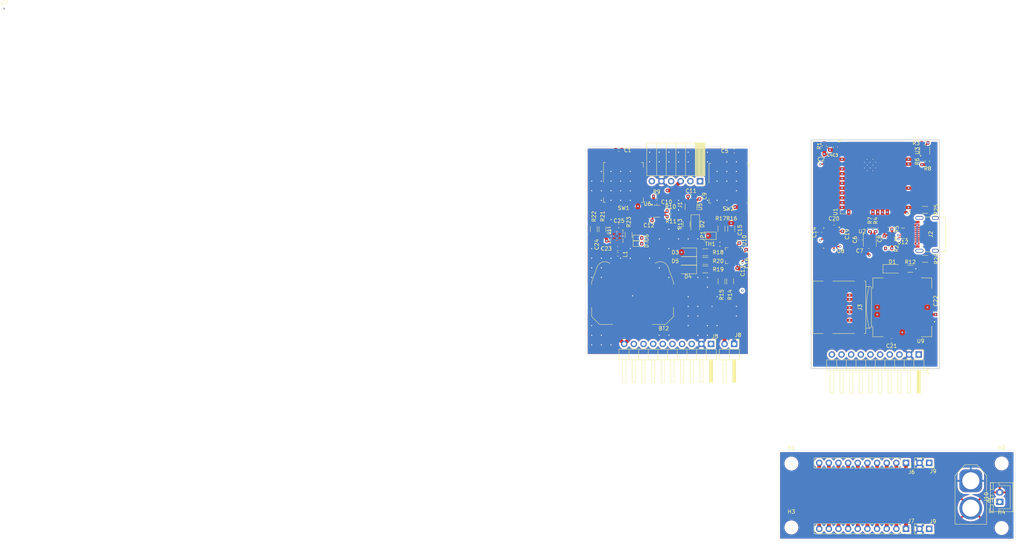
<source format=kicad_pcb>
(kicad_pcb (version 20241229) (generator "pcbnew") (generator_version "9.0")
  (layers (0 "F.Cu" mixed) (4 "In1.Cu" signal) (6 "In2.Cu" signal) (2 "B.Cu" mixed) (13 "F.Paste" user) (15 "B.Paste" user) (5 "F.SilkS" user "F.Silkscreen") (7 "B.SilkS" user "B.Silkscreen") (1 "F.Mask" user) (3 "B.Mask" user) (25 "Edge.Cuts" user))
  (net 0 "")
  (net 1 "+3.3V")
  (net 2 "+BATT")
  (net 3 "/BT+")
  (net 4 "Net-(D1-A)")
  (net 5 "Net-(D2-A)")
  (net 6 "/SD_MOSI")
  (net 7 "/USB_D+")
  (net 8 "/SD_CLK")
  (net 10 "/BNO055_nRESET")
  (net 11 "/BNO055_TX")
  (net 14 "/INA219_SCL")
  (net 16 "/BME680_SDA")
  (net 17 "/TSL2591_SDA")
  (net 18 "/TSL2591_SCL")
  (net 19 "/LORA_TX")
  (net 21 "/BME680_SCL")
  (net 24 "/LORA_RX")
  (net 25 "/SAM-M10Q_RX")
  (net 28 "/SD_MISO")
  (net 29 "/INA219_SDA")
  (net 30 "/VEML6075_SDA")
  (net 31 "/SAM-M10Q_TX")
  (net 33 "/BNO055_RX")
  (net 36 "/VEML6075_SCL")
  (net 37 "/SD_CS")
  (net 38 "/GPS_RST")
  (net 39 "/USB_D-")
  (net 42 "Net-(U3-INT)")
  (net 48 "Net-(U8-CAP)")
  (net 59 "/BNO055_INT")
  (net 61 "/GPS_INT")
  (net 64 "+5V")
  (net 65 "Net-(D6-K)")
  (net 66 "Net-(U11-EN)")
  (net 67 "Net-(D3-K)")
  (net 68 "Net-(D4-K)")
  (net 69 "Net-(D5-K)")
  (net 70 "Net-(JP1-B)")
  (net 72 "Net-(U10-PROG1)")
  (net 73 "Net-(U10-PROG3)")
  (net 74 "Net-(U10-VPCC)")
  (net 75 "Net-(U10-~{PG})")
  (net 76 "Net-(U10-STAT1{slash}~{LBO})")
  (net 77 "Net-(U10-STAT2)")
  (net 78 "Net-(U11-FB)")
  (net 86 "GND")
  (net 87 "Net-(J2-CC1)")
  (net 88 "Net-(J2-CC2)")
  (net 89 "Net-(U10-THERM)")
  (net 90 "Net-(U11-L2)")
  (net 91 "Net-(U11-L1)")
  (net 92 "Net-(U12-VSS-Pad3)")
  (net 95 "VBUS")
  (net 96 "+SOLAR")
  (net 103 "Net-(J6-Pin_2)")
  (net 104 "Net-(J6-Pin_3)")
  (net 105 "Net-(J6-Pin_4)")
  (net 106 "Net-(J6-Pin_7)")
  (net 107 "Net-(J6-Pin_8)")
  (net 108 "Net-(J6-Pin_5)")
  (net 109 "Net-(J6-Pin_1)")
  (net 110 "Net-(J6-Pin_6)")
  (net 111 "/RST")
  (net 112 "/Boot")
  (net 113 "Net-(J6-Pin_9)")
  (net 114 "Net-(J6-Pin_10)")
  (footprint "Resistor_SMD:R_1206_3216Metric" (layer "F.Cu") (at 157.77035 58.3939 90)
    (property "Reference" "R21")
    (property "Value" "100k" (hide yes))
  )
  (footprint "Jumper:SolderJumper-2_P1.3mm_Open_TrianglePad1.0x1.5mm" (layer "F.Cu") (at 186.31085 60.1397)
    (property "Reference" "JP1")
    (property "Value" "SolderJumper_2_Open" (hide yes))
  )
  (footprint "Capacitor_SMD:C_0603_1608Metric" (layer "F.Cu") (at 225.679 61.1634 90)
    (property "Reference" "C6")
    (property "Value" "0.1u")
  )
  (footprint "Resistor_SMD:R_1206_3216Metric" (layer "F.Cu") (at 238.8255 68.834 180)
    (property "Reference" "R12")
    (property "Value" "66.5" (hide yes))
  )
  (footprint "Capacitor_SMD:C_0603_1608Metric" (layer "F.Cu") (at 162.06305 37.4473)
    (property "Reference" "C1")
    (property "Value" "0.1u")
  )
  (footprint "Inductor_SMD:L_0603_1608Metric" (layer "F.Cu") (at 161.80905 64.9872 180)
    (property "Reference" "L1")
    (property "Value" "2.2u, 3A" (hide yes))
  )
  (footprint "MountingHole:MountingHole_3.2mm_M3" (layer "F.Cu") (at 262.89 120.142)
    (property "Reference" "H2")
    (property "Value" "MountingHole")
  )
  (footprint "Connector_Card:microSD_HC_Wuerth_693072010801" (layer "F.Cu") (at 221.2955 78.989 -90)
    (property "Reference" "J3")
    (property "Value" "Micro_SD_Card" (hide yes))
  )
  (footprint "Resistor_SMD:R_0603_1608Metric" (layer "F.Cu") (at 175.63825 53.5986 180)
    (property "Reference" "R10")
    (property "Value" "3.3k" (hide yes))
  )
  (footprint "MountingHole:MountingHole_3.2mm_M3" (layer "F.Cu") (at 207.518 120.168)
    (property "Reference" "H1")
    (property "Value" "MountingHole")
  )
  (footprint "Capacitor_SMD:C_0603_1608Metric" (layer "F.Cu") (at 161.79595 63.514)
    (property "Reference" "C23")
    (property "Value" "10u" (hide yes))
  )
  (footprint "Resistor_SMD:R_1206_3216Metric" (layer "F.Cu") (at 184.85235 64.4831)
    (property "Reference" "R18")
    (property "Value" "150" (hide yes))
  )
  (footprint "Capacitor_SMD:C_0603_1608Metric" (layer "F.Cu") (at 219.1328 36.7646 90)
    (property "Reference" "C3")
    (property "Value" "0.1u" (hide yes))
  )
  (footprint "Capacitor_SMD:C_0603_1608Metric" (layer "F.Cu") (at 220.957 59.7278 90)
    (property "Reference" "C19")
    (property "Value" "0.1u" (hide yes))
  )
  (footprint "LED_SMD:LED_1206_3216Metric_Pad1.42x1.75mm_HandSolder" (layer "F.Cu") (at 234.0975 68.834)
    (property "Reference" "D1")
    (property "Value" "LED" (hide yes))
  )
  (footprint "Resistor_SMD:R_0603_1608Metric" (layer "F.Cu") (at 216.1864 36.4854 -90)
    (property "Reference" "R1")
    (property "Value" "10k" (hide yes))
  )
  (footprint "LED_SMD:LED_1206_3216Metric_Pad1.42x1.75mm_HandSolder" (layer "F.Cu") (at 180.09145 64.4831 180)
    (property "Reference" "D3")
    (property "Value" "LED" (hide yes))
  )
  (footprint "Connector_PinHeader_2.54mm:PinHeader_1x02_P2.54mm_Horizontal" (layer "F.Cu") (at 192.46075 88.6486 -90)
    (property "Reference" "J8")
    (property "Value" "Conn_01x02_Pin" (hide yes))
  )
  (footprint "Capacitor_SMD:C_0603_1608Metric" (layer "F.Cu") (at 170.05045 56.0878)
    (property "Reference" "C12")
    (property "Value" "0.1u" (hide yes))
  )
  (footprint "Package_TO_SOT_SMD:SOT-23-5" (layer "F.Cu") (at 181.09355 52.5003 -90)
    (property "Reference" "U5")
    (property "Value" "AP2112K-3.3" (hide yes))
  )
  (footprint "Connector_PinSocket_2.54mm:PinSocket_1x06_P2.54mm_Horizontal" (layer "F.Cu") (at 183.46095 45.749 -90)
    (property "Reference" "J1")
    (property "Value" "LoRa" (hide yes))
  )
  (footprint "Capacitor_SMD:C_0603_1608Metric" (layer "F.Cu") (at 192.47975 37.7856)
    (property "Reference" "C5")
    (property "Value" "0.1u")
  )
  (footprint "Button_Switch_SMD:SW_MEC_5GSH9" (layer "F.Cu") (at 163.30095 46.065)
    (property "Reference" "SW1")
    (property "Value" "RST")
  )
  (footprint "Capacitor_SMD:C_0603_1608Metric" (layer "F.Cu") (at 195.60955 64.5318 -90)
    (property "Reference" "C16")
    (property "Value" "10u" (hide yes))
  )
  (footprint "Connector_PinSocket_2.54mm:PinSocket_1x02_P2.54mm_Vertical" (layer "F.Cu") (at 243.8 120 -90)
    (property "Reference" "J9")
    (property "Value" "Conn_01x02_Socket" (hide yes))
  )
  (footprint "Capacitor_SMD:C_0603_1608Metric" (layer "F.Cu") (at 193.80385 61.2697 90)
    (property "Reference" "C15")
    (property "Value" "4.7u" (hide yes))
  )
  (footprint "Package_LGA:LGA-28_5.2x3.8mm_P0.5mm" (layer "F.Cu") (at 217.9713 60.7414 -90)
    (property "Reference" "U8")
    (property "Value" "BNO055" (hide yes))
  )
  (footprint "Resistor_SMD:R_0603_1608Metric" (layer "F.Cu") (at 233.1334 63.474 180)
    (property "Reference" "R2")
    (property "Value" "2.2k" (hide yes))
  )
  (footprint "Resistor_SMD:R_1206_3216Metric" (layer "F.Cu") (at 189.10485 58.2708 -90)
    (property "Reference" "R17")
    (property "Value" "110" (hide yes))
  )
  (footprint "Connector_AMASS:AMASS_XT60-F_1x02_P7.20mm_Vertical" (layer "F.Cu") (at 254.762 124.714 -90)
    (property "Reference" "BT1")
    (property "Value" "Battery")
  )
  (footprint "Connector_PinSocket_2.54mm:PinSocket_1x10_P2.54mm_Vertical" (layer "F.Cu") (at 237.7 137.366 -90)
    (property "Reference" "J7")
    (property "Value" "Conn_01x08_Socket" (hide yes))
  )
  (footprint "LED_SMD:LED_1206_3216Metric_Pad1.42x1.75mm_HandSolder" (layer "F.Cu") (at 180.09145 66.7437 180)
    (property "Reference" "D5")
    (property "Value" "LED" (hide yes))
  )
  (footprint "Connector_PinHeader_2.54mm:PinHeader_1x10_P2.54mm_Horizontal" (layer "F.Cu") (at 186.36075 88.6436 -90)
    (property "Reference" "J5")
    (property "Value" "Conn_01x08_Pin" (hide yes))
  )
  (footprint "Resistor_SMD:R_1206_3216Metric" (layer "F.Cu") (at 184.85235 66.7437)
    (property "Reference" "R20")
    (property "Value" "150" (hide yes))
  )
  (footprint "Resistor_SMD:R_1206_3216Metric" (layer "F.Cu") (at 191.39085 72.1392 -90)
    (property "Reference" "R14")
    (property "Value" "1k" (hide yes))
  )
  (footprint "Capacitor_SMD:C_0603_1608Metric" (layer "F.Cu") (at 217.6596 36.7646 90)
    (property "Reference" "C4")
    (property "Value" "22u" (hide yes))
  )
  (footprint "Resistor_SMD:R_0603_1608Metric" (layer "F.Cu") (at 188.68525 62.3749 180)
    (property "Reference" "TH1")
    (property "Value" "10K" (hide yes))
  )
  (footprint "Resistor_SMD:R_0603_1608Metric" (layer "F.Cu") (at 175.63825 55.0718 180)
    (property "Reference" "R11")
    (property "Value" "3.3k" (hide yes))
  )
  (footprint "Resistor_SMD:R_0603_1608Metric" (layer "F.Cu") (at 233.1588 58.4194 180)
    (property "Reference" "R5")
    (property "Value" "2.2k" (hide yes))
  )
  (footprint "Package_LGA:Bosch_LGA-8_3x3mm_P0.8mm_ClockwisePinNumbering" (layer "F.Cu") (at 228.162 61.4615)
    (property "Reference" "U2")
    (property "Value" "BME680" (hide yes))
  )
  (footprint "Diode_SMD:D_0603_1608Metric" (layer "F.Cu") (at 167.32075 62.2186)
    (property "Reference" "D7")
    (property "Value" "D_Schottky" (hide yes))
  )
  (footprint "Package_DFN_QFN:QFN-20-1EP_4x4mm_P0.5mm_EP2.5x2.5mm" (layer "F.Cu") (at 192.23845 65.365 -90)
    (property "Reference" "U10")
    (property "Value" "MCP73871" (hide yes))
  )
  (footprint "Capacitor_SMD:C_0603_1608Metric" (layer "F.Cu") (at 232.029 60.947 90)
    (property "Reference" "C8")
    (property "Value" "0.1u" (hide yes))
  )
  (footprint "Resistor_SMD:R_1206_3216Metric" (layer "F.Cu") (at 242.7299 66.2006 180)
    (property "Reference" "R24")
    (property "Value" "5.1k" (hide yes))
  )
  (footprint "Connector_PinHeader_2.54mm:PinHeader_1x10_P2.54mm_Horizontal" (layer "F.Cu") (at 241.046 91.435 -90)
    (property "Reference" "J4")
    (property "Value" "Conn_01x08_Pin")
  )
  (footprint "Diode_SMD:D_0603_1608Metric" (layer "F.Cu") (at 167.32075 60.6946)
    (property "Reference" "D6")
    (property "Value" "D_Schottky" (hide yes))
  )
  (footprint "Resistor_SMD:R_0603_1608Metric" (layer "F.Cu") (at 241.9062 40.5434 90)
    (property "Reference" "R6")
    (property "Value" "4.7k" (hide yes))
  )
  (footprint "Resistor_SMD:R_1206_3216Metric" (layer "F.Cu") (at 189.13025 72.1392 -90)
    (property "Reference" "R15")
    (property "Value" "1k" (hide yes))
  )
  (footprint "Resistor_SMD:R_0603_1608Metric" (layer "F.Cu") (at 243.3794 40.5434 90)
    (property "Reference" "R8")
    (property "Value" "4.7k" (hide yes))
  )
  (footprint "Connector_PinSocket_2.54mm:PinSocket_1x10_P2.54mm_Vertical" (layer "F.Cu") (at 237.7 120 -90)
    (property "Reference" "J6")
    (property "Value" "Conn_01x08_Socket" (hide yes))
  )
  (footprint "Battery:BatteryHolder_Keystone_3034_1x20mm" (layer "F.Cu") (at 165.70095 75.965 180)
    (property "Reference" "BT2")
    (property "Value" "Battery_Cell" (hide yes))
  )
  (footprint "Connector_USB:USB_C_Receptacle_G-Switch_GT-USB-7010ASV" (layer "F.Cu") (at 244.358 59.751 90)
    (property "Reference" "J2")
    (property "Value" "USB_C_Receptacle_USB2.0_16P" (hide yes))
  )
  (footprint "LED_SMD:LED_1206_3216Metric_Pad1.42x1.75mm_HandSolder" (layer "F.Cu") (at 180.09145 69.0043 180)
    (property "Reference" "D4")
    (property "Value" "LED" (hide yes))
  )
  (footprint "Resistor_SMD:R_0603_1608Metric" (layer "F.Cu") (at 172.05725 49.7378)
    (property "Reference" "R9")
    (property "Value" "0.2" (hide yes))
  )
  (footprint "Resistor_SMD:R_0603_1608Metric" (layer "F.Cu") (at 242.6444 35.6548 180)
    (property "Reference" "R3")
    (property "Value" "4.7k" (hide yes))
  )
  (footprint "Resistor_SMD:R_1206_3216Metric" (layer "F.Cu") (at 191.67025 58.2708 -90)
    (property "Reference" "R16")
    (property "Value" "330" (hide yes))
  )
  (footprint "OptoDevice:AMS_TSL25911FN" (layer "F.Cu") (at 242.6278 37.7143 90)
    (property "Reference" "U3")
    (property "Value" "TSL25911FN" (hide yes))
  )
  (footprint "Capacitor_SMD:C_0603_1608Metric" (layer "F.Cu") (at 181.09575 49.7262)
    (property "Reference" "C11")
    (property "Value" "1u" (hide yes))
  )
  (footprint "Capacitor_SMD:C_0603_1608Metric" (layer "F.Cu") (at 193.24505 69.4485 -90)
    (property "Reference" "C13")
    (property "Value" "4.7u" (hide yes))
  )
  (footprint "Package_TO_SOT_SMD:SOT-23-8" (layer "F.Cu") (at 172.10095 53.665)
    (property "Reference" "U6")
    (property "Value" "INA219BxDCN" (hide yes))
  )
  (footprint "Package_DFN_QFN:Diodes_UDFN-10_1.0x2.5mm_P0.5mm" (layer "F.Cu") (at 236.9042 59.487 180)
    (property "Reference" "U12")
    (property "Value" "D3V3XA4B10LP" (hide yes))
  )
  (footprint "Capacitor_SMD:C_0603_1608Metric" (layer "F.Cu") (at 183.31855 49.663 90)
    (property "Reference" "C9")
    (property "Value" "1u" (hide yes))
  )
  (footprint "via:via_4-2" (layer "F.Cu") (at 0.25 0.25)
    (property "Reference" "U7")
    (property "Value" "~")
  )
  (footprint "LED_SMD:LED_1206_3216Metric_Pad1.42x1.75mm_HandSolder" (layer "F.Cu") (at 182.20095 57.0525 -90)
    (property "Reference" "D2")
    (property "Value" "LED")
  )
  (footprint "Resistor_SMD:R_1206_3216Metric" (layer "F.Cu") (at 242.7299 53.2974 180)
    (property "Reference" "R25")
    (property "Value" "5.1k" (hide yes))
  )
  (footprint "VEML6075 (1):VISHAY_VEML6075_1.25X2X1" (layer "F.Cu") (at 233.6856 60.945 90)
    (property "Reference" "U4")
    (property "Value" "VEML6075" (hide yes))
  )
  (footprint "Button_Switch_SMD:SW_MEC_5GSH9" (layer "F.Cu") (at 191.07035 46.3129)
    (property "Reference" "SW2")
    (property "Value" "BOOT" (hide yes))
  )
  (footprint "Capacitor_SMD:C_0603_1608Metric" (layer "F.Cu") (at 214.988 59.2198 90)
    (property "Reference" "C14")
    (property "Value" "1u" (hide yes))
  )
  (footprint "RF_Module:ESP32-S3-WROOM-2" (layer "F.Cu") (at 229.61 41.41)
    (property "Reference" "U1")
    (property "Value" "ESP32-S3-WROOM-2" (hide yes))
  )
  (footprint "Resistor_SMD:R_1206_3216Metric" (layer "F.Cu") (at 155.48435 58.3979 -90)
    (property "Reference" "R22")
    (property "Value" "360k" (hide yes))
  )
  (footprint "Resistor_SMD:R_0603_1608Metric" (layer "F.Cu") (at 228.219 58.2162 90)
    (property "Reference" "R7")
    (property "Value" "4.7k" (hide yes))
  )
  (footprint "Resistor_SMD:R_1206_3216Metric" (layer "F.Cu") (at 179.91495 57.0521 -90)
    (property "Reference" "R13")
    (property "Value" "66.5" (hide yes))
  )
  (footprint "Capacitor_SMD:C_0603_1608Metric" (layer "F.Cu") (at 227.8758 63.9698 180)
    (property "Reference" "C7")
    (property "Value" "0.1u" (hide yes))
  )
  (footprint "Capacitor_SMD:C_0603_1608Metric" (layer "F.Cu") (at 245.4616 80.1196 90)
    (property "Reference" "C22")
    (property "Value" "0.1u" (hide yes))
  )
  (footprint "MountingHole:MountingHole_3.2mm_M3" (layer "F.Cu") (at 207.518 137)
    (property "Reference" "H3")
    (property "Value" "MountingHole")
  )
  (footprint "MountingHole:MountingHole_3.2mm_M3" (layer "F.Cu") (at 262.89 137.16)
    (property "Reference" "H4")
    (property "Value" "MountingHole")
  )
  (footprint "Resistor_SMD:R_0603_1608Metric" (layer "F.Cu") (at 229.6922 58.2162 90)
    (property "Reference" "R4")
    (property "Value" "4.7k" (hide yes))
  )
  (footprint "Capacitor_SMD:C_0603_1608Metric" (layer "F.Cu") (at 158.11295 61.4312)
    (property "Reference" "C24")
    (property "Value" "10u" (hide yes))
  )
  (footprint "Capacitor_SMD:C_0603_1608Metric" (layer "F.Cu") (at 233.9046 87.7266 180)
    (property "Reference" "C21")
    (property "Value" "0.1u" (hide yes))
  )
  (footprint "SAM-M10Q-00B:XCVR_SAM-M10Q-00B" (layer "F.Cu") (at 236.724 78.989 180)
    (property "Reference" "U9")
    (property "Value" "SAM-M10Q-00B" (hide yes))
  )
  (footprint "Package_SON:Texas_DRC0010J_ThermalVias" (layer "F.Cu") (at 161.57095 60.215 90)
    (property "Reference" "U11")
    (property "Value" "TPS63000" (hide yes))
  )
  (footprint "Connector_PinSocket_2.54mm:PinSocket_1x02_P2.54mm_Vertical" (layer "F.Cu") (at 243.8 137.375 -90)
    (property "Reference" "J9")
    (property "Value" "Conn_01x02_Socket" (hide yes))
  )
  (footprint "Capacitor_SMD:C_0603_1608Metric" (layer "F.Cu") (at 215.4174 38.7074 180)
    (property "Reference" "C2")
    (property "Value" "10u" (hide yes))
  )
  (footprint "Resistor_SMD:R_1206_3216Metric" (layer "F.Cu") (at 184.85235 69.0043)
    (property "Reference" "R19")
    (property "Value" "150" (hide yes))
  )
  (footprint "Capacitor_SMD:C_0603_1608Metric" (layer "F.Cu") (at 218.7348 56.8198 180)
    (property "Reference" "C20")
    (property "Value" "0.1u" (hide yes))
  )
  (footprint "Capacitor_SMD:C_0603_1608Metric" (layer "F.Cu") (at 162.05055 57.5196 180)
    (property "Reference" "C25")
    (property "Value" "0.1u" (hide yes))
  )
  (footprint "Connector_JST:JST_XH_B2B-XH-A_1x02_P2.50mm_Vertical" (layer "F.Cu") (at 262.382 130.262 90)
    (property "Reference" "J10")
    (property "Value" "Conn_01x02_Pin" (hide yes))
  )
  (footprint "Resistor_SMD:R_1206_3216Metric" (layer "F.Cu") (at 164.65375 59.8965 90)
    (property "Reference" "R23")
    (property "Value" "100" (hide yes))
  )
  (footprint "Capacitor_SMD:C_0603_1608Metric" (layer "F.Cu") (at 172.05705 51.211)
    (property "Reference" "C10")
    (property "Value" "1u" (hide yes))
  )
  (gr_line (start 196.54195 91.765) (end 196.50095 36.665) (stroke (width 0.05)) (layer "Edge.Cuts"))
  (gr_rect (start 204.05 116.65) (end 266.5 140.45) (stroke (width 0.05)) (fill no) (layer "Edge.Cuts"))
  (gr_line (start 196.54195 91.765) (end 153.40095 91.765) (stroke (width 0.05)) (layer "Edge.Cuts"))
  (gr_line (start 153.40095 36.665) (end 196.50095 36.665) (stroke (width 0.05)) (layer "Edge.Cuts"))
  (gr_rect (start 212.7356 34.8614) (end 246.4856 95.1314) (stroke (width 0.2)) (fill no) (layer "Edge.Cuts"))
  (gr_line (start 153.40095 91.765) (end 153.40095 36.665) (stroke (width 0.05)) (layer "Edge.Cuts"))
  (segment (start 219.2524 37.42) (end 219.1328 37.5396) (width 1) (layer "F.Cu") (net 1))
  (segment (start 228.8794 57.3912) (end 228.219 57.3912) (width 0.7) (layer "F.Cu") (net 1))
  (segment (start 234.696 87.7102) (end 234.6796 87.7266) (width 0.7) (layer "F.Cu") (net 1))
  (segment (start 217.6596 37.453116) (end 217.6596 37.5396) (width 0.4) (layer "F.Cu") (net 1))
  (segment (start 218.2213 58.8673) (end 218.2213 58.3539) (width 0.3) (layer "F.Cu") (net 1))
  (segment (start 217.2213 58.8397) (end 217.424 59.0424) (width 0.3) (layer "F.Cu") (net 1))
  (segment (start 219.6338 58.9914) (end 220.9184 58.9914) (width 0.3) (layer "F.Cu") (net 1))
  (segment (start 218.2213 58.3539) (end 218.2213 57.6874) (width 0.3) (layer "F.Cu") (net 1))
  (segment (start 176.98105 55.5896) (end 176.46325 55.0718) (width 0.7) (layer "F.Cu") (net 1))
  (segment (start 243.324 80.889) (end 238.372 80.889) (width 1) (layer "F.Cu") (net 1))
  (segment (start 232.029 58.7242) (end 232.3338 58.4194) (width 0.5) (layer "F.Cu") (net 1))
  (segment (start 218.3964 59.0424) (end 218.2213 58.8673) (width 0.3) (layer "F.Cu") (net 1))
  (segment (start 170.96345 55.9498) (end 170.8455 56.06775) (width 0.4) (layer "F.Cu") (net 1))
  (segment (start 234.824 85.589) (end 234.824 86.7146) (width 0.7) (layer "F.Cu") (net 1))
  (segment (start 185.58585 60.8947) (end 185.93685 61.2457) (width 0.3) (layer "F.Cu") (net 1))
  (segment (start 229.6922 57.3912) (end 228.8794 57.3912) (width 0.7) (layer "F.Cu") (net 1))
  (segment (start 180.14355 52.025299) (end 181.756051 53.6378) (width 0.5) (layer "F.Cu") (net 1))
  (segment (start 243.324 80.889) (end 245.456 80.889) (width 0.7) (layer "F.Cu") (net 1))
  (segment (start 191.25225 61.2457) (end 191.73845 61.7319) (width 0.3) (layer "F.Cu") (net 1))
  (segment (start 219.6338 58.9914) (end 219.1993 58.9914) (width 0.3) (layer "F.Cu") (net 1))
  (segment (start 226.962 62.649) (end 226.962 62.52225) (width 0.5) (layer "F.Cu") (net 1))
  (segment (start 228.12905 61.9355) (end 228.562 62.36845) (width 0.5) (layer "F.Cu") (net 1))
  (segment (start 233.3356 59.995) (end 232.206 59.995) (width 0.5) (layer "F.Cu") (net 1))
  (segment (start 194.69896 65.889) (end 194.19995 65.889) (width 0.3) (layer "F.Cu") (net 1))
  (segment (start 185.58585 60.1397) (end 185.58585 60.8947) (width 0.3) (layer "F.Cu") (net 1))
  (segment (start 220.9184 58.9914) (end 220.957 58.9528) (width 0.3) (layer "F.Cu") (net 1))
  (segment (start 220.86 37.42) (end 219.2524 37.42) (width 1) (layer "F.Cu") (net 1))
  (segment (start 194.93945 66.60051) (end 194.93945 66.12949) (width 0.3) (layer "F.Cu") (net 1))
  (segment (start 219.1483 59.0424) (end 218.3964 59.0424) (width 0.3) (layer "F.Cu") (net 1))
  (segment (start 245.456 80.889) (end 245.4616 80.8946) (width 0.7) (layer "F.Cu") (net 1))
  (segment (start 180.32075 51.1856) (end 180.14355 51.3628) (width 0.5) (layer "F.Cu") (net 1))
  (segment (start 180.14355 51.3628) (end 180.14355 52.025299) (width 0.5) (layer "F.Cu") (net 1))
  (segment (start 217.424 59.0424) (end 218.0462 59.0424) (width 0.3) (layer "F.Cu") (net 1))
  (segment (start 194.57495 66.96501) (end 194.93945 66.60051) (width 0.3) (layer "F.Cu") (net 1))
  (segment (start 243.4694 35.6548) (end 242.6278 36.4964) (width 0.4) (layer "F.Cu") (net 1))
  (segment (start 232.206 59.995) (end 232.029 60.172) (width 0.5) (layer "F.Cu") (net 1))
  (segment (start 185.93685 61.2457) (end 191.25225 61.2457) (width 0.3) (layer "F.Cu") (net 1))
  (segment (start 218.0141 57.4802) (end 218.0082 57.4802) (width 0.3) (layer "F.Cu") (net 1))
  (segment (start 219.1993 58.9914) (end 219.1483 59.0424) (width 0.3) (layer "F.Cu") (net 1))
  (segment (start 226.37815 61.9384) (end 225.679 61.9384) (width 0.5) (layer "F.Cu") (net 1))
  (segment (start 232.029 60.172) (end 232.029 58.7242) (width 0.5) (layer "F.Cu") (net 1))
  (segment (start 228.8794 57.3912) (end 231.3056 57.3912) (width 0.7) (layer "F.Cu") (net 1))
  (segment (start 194.57495 67.2242) (end 194.57495 66.96501) (width 0.3) (layer "F.Cu") (net 1))
  (segment (start 179.91495 55.5896) (end 181.86675 53.6378) (width 0.7) (layer "F.Cu") (net 1))
  (segment (start 241.9096 41.3684) (end 243.3794 41.3684) (width 0.7) (layer "F.Cu") (net 1))
  (segment (start 179.91495 55.5896) (end 176.98105 55.5896) (width 0.7) (layer "F.Cu") (net 1))
  (segment (start 217.9598 57.4318) (end 217.9598 56.8198) (width 0.3) (layer "F.Cu") (net 1))
  (segment (start 191.73845 61.7319) (end 191.73845 63.4275) (width 0.3) (layer "F.Cu") (net 1))
  (segment (start 234.824 86.7146) (end 234.696 86.8426) (width 0.7) (layer "F.Cu") (net 1))
  (segment (start 225.679 61.9632) (end 225.7067 61.9355) (width 0.5) (layer "F.Cu") (net 1))
  (segment (start 181.756051 53.6378) (end 182.04355 53.6378) (width 0.5) (layer "F.Cu") (net 1))
  (segment (start 226.962 62.52225) (end 226.37815 61.9384) (width 0.5) (layer "F.Cu") (net 1))
  (segment (start 216.1864 35.979916) (end 217.6596 37.453116) (width 0.4) (layer "F.Cu") (net 1))
  (segment (start 226.962 63.831) (end 226.962 62.649) (width 0.5) (layer "F.Cu") (net 1))
  (segment (start 170.96345 54.64) (end 170.96345 55.9498) (width 0.4) (layer "F.Cu") (net 1))
  (segment (start 227.1008 63.9698) (end 227.1008 64.2868) (width 0.7) (layer "F.Cu") (net 1))
  (segment (start 217.2213 58.3539) (end 217.2213 58.8397) (width 0.3) (layer "F.Cu") (net 1))
  (segment (start 176.46325 53.5986) (end 176.46325 55.0718) (width 0.7) (layer "F.Cu") (net 1))
  (segment (start 170.8455 56.06775) (end 170.82545 56.0878) (width 0.4) (layer "F.Cu") (net 1))
  (segment (start 180.32075 49.7998) (end 180.32075 51.1856) (width 0.5) (layer "F.Cu") (net 1))
  (segment (start 228.562 62.36845) (end 228.562 62.649) (width 0.5) (layer "F.Cu") (net 1))
  (segment (start 241.9062 41.3684) (end 241.9096 41.3684) (width 0.7) (layer "F.Cu") (net 1))
  (segment (start 216.1864 35.6604) (end 216.1864 35.979916) (width 0.4) (layer "F.Cu") (net 1))
  (segment (start 219.1328 37.5396) (end 217.6596 37.5396) (width 1) (layer "F.Cu") (net 1))
  (segment (start 227.1008 64.2868) (end 228.092 65.278) (width 0.7) (layer "F.Cu") (net 1))
  (segment (start 194.19995 65.889) (end 194.17595 65.865) (width 0.3) (layer "F.Cu") (net 1))
  (segment (start 218.0082 57.4802) (end 217.9598 57.4318) (width 0.3) (layer "F.Cu") (net 1))
  (segment (start 218.2213 57.6874) (end 218.0141 57.4802) (width 0.3) (layer "F.Cu") (net 1))
  (segment (start 234.824 84.437) (end 234.824 85.589) (width 1) (layer "F.Cu") (net 1))
  (segment (start 218.0462 59.0424) (end 218.2213 58.8673) (width 0.3) (layer "F.Cu") (net 1))
  (segment (start 227.762 60.274) (end 227.762 60.55455) (width 0.5) (layer "F.Cu") (net 1))
  (segment (start 234.696 86.8426) (end 234.696 87.7102) (width 0.7) (layer "F.Cu") (net 1))
  (segment (start 242.6278 36.4964) (end 242.6278 37.0768) (width 0.4) (layer "F.Cu") (net 1))
  (segment (start 225.7067 61.9355) (end 228.12905 61.9355) (width 0.5) (layer "F.Cu") (net 1))
  (segment (start 180.32075 49.7262) (end 180.32075 49.7998) (width 0.5) (layer "F.Cu") (net 1))
  (segment (start 227.762 60.55455) (end 226.37815 61.9384) (width 0.5) (layer "F.Cu") (net 1))
  (segment (start 231.3056 57.3912) (end 232.3338 58.4194) (width 0.7) (layer "F.Cu") (net 1))
  (segment (start 238.372 80.889) (end 234.824 84.437) (width 1) (layer "F.Cu") (net 1))
  (segment (start 181.86675 53.6378) (end 182.04355 53.6378) (width 0.7) (layer "F.Cu") (net 1))
  (segment (start 194.93945 66.12949) (end 194.69896 65.889) (width 0.3) (layer "F.Cu") (net 1))
  (via (at 245.4616 80.8946) (size 0.6) (drill 0.3) (layers "F.Cu" "B.Cu") (net 1))
  (via (at 232.029 60.172) (size 0.6) (drill 0.3) (layers "F.Cu" "B.Cu") (net 1))
  (via (at 232.3084 63.474) (size 0.6) (drill 0.3) (layers "F.Cu" "B.Cu") (net 1))
  (via (at 170.8455 56.06775) (size 0.6) (drill 0.3) (layers "F.Cu" "B.Cu") (net 1))
  (via (at 243.4694 35.6548) (size 0.6) (drill 0.3) (layers "F.Cu" "B.Cu") (net 1))
  (via (at 194.57495 67.2242) (size 0.6) (drill 0.3) (layers "F.Cu" "B.Cu") (net 1))
  (via (at 185.58585 60.1397) (size 0.6) (drill 0.3) (layers "F.Cu" "B.Cu") (net 1))
  (via (at 217.6596 37.5396) (size 0.6) (drill 0.3) (layers "F.Cu" "B.Cu") (net 1))
  (via (at 241.9096 41.3684) (size 0.6) (drill 0.3) (layers "F.Cu" "B.Cu") (net 1))
  (via (at 220.957 58.9528) (size 0.6) (drill 0.3) (layers "F.Cu" "B.Cu") (net 1))
  (via (at 180.32075 49.7998) (size 0.6) (drill 0.3) (layers "F.Cu" "B.Cu") (net 1))
  (via (at 194.60035 74.6156) (size 0.6) (drill 0.3) (layers "F.Cu" "B.Cu") (net 1))
  (via (at 222.8455 79.089) (size 0.6) (drill 0.3) (layers "F.Cu" "B.Cu") (net 1))
  (via (at 228.092 65.278) (size 0.6) (drill 0.3) (layers "F.Cu" "B.Cu") (net 1))
  (segment (start 193.24205 63.4275) (end 193.23845 63.4275) (width 0.3) (layer "F.Cu") (net 2))
  (segment (start 182.96835 50.438) (end 182.04355 51.3628) (width 0.5) (layer "F.Cu") (net 2))
  (segment (start 194.17595 64.365) (end 194.17595 64.1005) (width 0.3) (layer "F.Cu") (net 2))
  (segment (start 194.52075 72.761144) (end 194.52075 69.4742) (width 1) (layer "F.Cu") (net 2))
  (segment (start 170.96345 51.5296) (end 171.28205 51.211) (width 0.4) (layer "F.Cu") (net 2))
  (segment (start 194.52075 69.4742) (end 193.72005 68.6735) (width 1) (layer "F.Cu") (net 2))
  (segment (start 194.17595 64.1005) (end 193.81985 63.7444) (width 0.3) (layer "F.Cu") (net 2))
  (segment (start 193.23845 62.6101) (end 193.80385 62.0447) (width 0.3) (layer "F.Cu") (net 2))
  (segment (start 193.24505 67.3091) (end 193.23845 67.3025) (width 0.3) (layer "F.Cu") (net 2))
  (segment (start 193.81985 63.7444) (end 193.55895 63.7444) (width 0.3) (layer "F.Cu") (net 2))
  (segment (start 170.96345 52.69) (end 170.96345 51.5296) (width 0.4) (layer "F.Cu") (net 2))
  (segment (start 171.23225 51.1612) (end 171.28205 51.211) (width 0.7) (layer "F.Cu") (net 2))
  (segment (start 193.55895 63.7444) (end 193.24205 63.4275) (width 0.3) (layer "F.Cu") (net 2))
  (segment (start 171.23225 49.7378) (end 171.23225 51.1612) (width 0.7) (layer "F.Cu") (net 2))
  (segment (start 183.31855 50.438) (end 182.96835 50.438) (width 0.5) (layer "F.Cu") (net 2))
  (segment (start 193.24505 68.6735) (end 193.24505 67.3091) (width 0.3) (layer "F.Cu") (net 2))
  (segment (start 192.73845 67.3025) (end 193.23845 67.3025) (width 0.3) (layer "F.Cu") (net 2))
  (segment (start 189.92075 77.361144) (end 194.52075 72.761144) (width 1) (layer "F.Cu") (net 2))
  (segment (start 189.92075 88.6486) (end 189.92075 77.361144) (width 1) (layer "F.Cu") (net 2))
  (segment (start 193.72005 68.6735) (end 193.24505 68.6735) (width 1) (layer "F.Cu") (net 2))
  (segment (start 193.23845 63.4275) (end 193.23845 62.6101) (width 0.3) (layer "F.Cu") (net 2))
  (via (at 171.23225 49.7378) (size 0.6) (drill 0.3) (layers "F.Cu" "B.Cu") (net 2))
  (via (at 193.80385 62.0447) (size 0.6) (drill 0.3) (layers "F.Cu" "B.Cu") (net 2))
  (via (at 183.31855 50.438) (size 0.6) (drill 0.3) (layers "F.Cu" "B.Cu") (net 2))
  (via (at 193.24505 68.6735) (size 0.6) (drill 0.3) (layers "F.Cu" "B.Cu") (net 2))
  (segment (start 154.71595 79.8588) (end 154.71595 75.965) (width 1) (layer "F.Cu") (net 3))
  (segment (start 166.57835 85.566) (end 171.68655 85.566) (width 1) (layer "F.Cu") (net 3))
  (segment (start 163.50075 88.6436) (end 166.57835 85.566) (width 1) (layer "F.Cu") (net 3))
  (segment (start 163.50075 88.6436) (end 154.71595 79.8588) (width 1) (layer "F.Cu") (net 3))
  (segment (start 171.68655 85.566) (end 176.68595 80.5666) (width 1) (layer "F.Cu") (net 3))
  (segment (start 176.68595 80.5666) (end 176.68595 75.965) (width 1) (layer "F.Cu") (net 3))
  (via (at 243.324 78.989) (size 0.6) (drill 0.3) (layers "F.Cu" "B.Cu") (net 3))
  (segment (start 237.363 68.834) (end 235.585 68.834) (width 1) (layer "F.Cu") (net 4))
  (segment (start 179.94035 58.54) (end 179.91495 58.5146) (width 1) (layer "F.Cu") (net 5))
  (segment (start 182.20095 58.54) (end 179.94035 58.54) (width 1) (layer "F.Cu") (net 5))
  (via (at 220.86 43.77) (size 0.6) (drill 0.3) (layers "F.Cu" "B.Cu") (net 6))
  (via (at 222.8455 76.889) (size 0.6) (drill 0.3) (layers "F.Cu" "B.Cu") (net 6))
  (segment (start 236.5176 60.0044) (end 237.2926 60.0044) (width 0.1) (layer "F.Cu") (net 7))
  (segment (start 239.761 59.001) (end 240.633 59.001) (width 0.2) (layer "F.Cu") (net 7))
  (segment (start 239.761 60.001) (end 239.712 59.952) (width 0.2) (layer "F.Cu") (net 7))
  (segment (start 236.0676 59.987) (end 235.6358 59.987) (width 0.2) (layer "F.Cu") (net 7))
  (segment (start 236.5167 59.987) (end 236.0676 59.987) (width 0.1) (layer "F.Cu") (net 7))
  (segment (start 239.712 59.05) (end 239.761 59.001) (width 0.2) (layer "F.Cu") (net 7))
  (segment (start 239.712 59.952) (end 239.712 59.05) (width 0.2) (layer "F.Cu") (net 7))
  (segment (start 240.633 60.001) (end 237.9061 60.001) (width 0.2) (layer "F.Cu") (net 7))
  (segment (start 237.9007 59.9956) (end 237.2917 59.9956) (width 0.2) (layer "F.Cu") (net 7))
  (segment (start 240.633 60.001) (end 239.761 60.001) (width 0.2) (layer "F.Cu") (net 7))
  (via (at 220.86 51.39) (size 0.6) (drill 0.3) (layers "F.Cu" "B.Cu") (net 7))
  (via (at 235.6358 59.987) (size 0.6) (drill 0.3) (layers "F.Cu" "B.Cu") (net 7))
  (via (at 222.8455 80.189) (size 0.6) (drill 0.3) (layers "F.Cu" "B.Cu") (net 8))
  (via (at 220.86 45.04) (size 0.6) (drill 0.3) (layers "F.Cu" "B.Cu") (net 8))
  (segment (start 215.2084 41.23) (end 220.86 41.23) (width 0.3) (layer "F.Cu") (net 10))
  (segment (start 216.3088 60.9914) (end 215.4622 60.9914) (width 0.3) (layer "F.Cu") (net 10))
  (segment (start 215.4622 60.9914) (end 215.138 61.3156) (width 0.3) (layer "F.Cu") (net 10))
  (segment (start 215.138 41.3004) (end 215.2084 41.23) (width 0.3) (layer "F.Cu") (net 10))
  (via (at 215.138 41.3004) (size 0.6) (drill 0.3) (layers "F.Cu" "B.Cu") (net 10))
  (via (at 215.138 61.3156) (size 0.6) (drill 0.3) (layers "F.Cu" "B.Cu") (net 10))
  (segment (start 219.6338 62.9914) (end 220.3698 62.9914) (width 0.3) (layer "F.Cu") (net 11))
  (segment (start 220.3698 62.9914) (end 220.3704 62.992) (width 0.3) (layer "F.Cu") (net 11))
  (via (at 222.625 53.91) (size 0.6) (drill 0.3) (layers "F.Cu" "B.Cu") (net 11))
  (via (at 220.3698 62.9914) (size 0.6) (drill 0.3) (layers "F.Cu" "B.Cu") (net 11))
  (segment (start 174.38145 54.64) (end 174.81325 55.0718) (width 0.4) (layer "F.Cu") (net 14))
  (segment (start 173.23845 54.64) (end 174.38145 54.64) (width 0.4) (layer "F.Cu") (net 14))
  (segment (start 236.595 53.91) (end 237.7044 53.91) (width 0.7) (layer "F.Cu") (net 14))
  (segment (start 237.7044 53.91) (end 237.9726 54.1782) (width 0.7) (layer "F.Cu") (net 14))
  (via (at 174.81325 55.0718) (size 0.6) (drill 0.3) (layers "F.Cu" "B.Cu") (net 14))
  (via (at 237.9726 54.1782) (size 0.6) (drill 0.3) (layers "F.Cu" "B.Cu") (net 14))
  (segment (start 228.562 59.3842) (end 228.219 59.0412) (width 0.5) (layer "F.Cu") (net 16))
  (segment (start 228.562 60.274) (end 228.562 59.3842) (width 0.5) (layer "F.Cu") (net 16))
  (via (at 228.219 59.0412) (size 0.6) (drill 0.3) (layers "F.Cu" "B.Cu") (net 16))
  (via (at 228.975 53.91) (size 0.6) (drill 0.3) (layers "F.Cu" "B.Cu") (net 16))
  (segment (start 241.8194 36.9184) (end 241.9778 37.0768) (width 0.5) (layer "F.Cu") (net 17))
  (segment (start 241.8194 35.6548) (end 241.8194 36.9184) (width 0.5) (layer "F.Cu") (net 17))
  (segment (start 240.0542 37.42) (end 238.36 37.42) (width 0.5) (layer "F.Cu") (net 17))
  (segment (start 241.8194 35.6548) (end 240.0542 37.42) (width 0.5) (layer "F.Cu") (net 17))
  (segment (start 241.9778 38.3518) (end 241.9778 39.6468) (width 0.4) (layer "F.Cu") (net 18))
  (segment (start 240.8778 38.69) (end 241.9062 39.7184) (width 0.5) (layer "F.Cu") (net 18))
  (segment (start 241.9778 39.6468) (end 241.9062 39.7184) (width 0.4) (layer "F.Cu") (net 18))
  (segment (start 238.36 38.69) (end 240.8778 38.69) (width 0.5) (layer "F.Cu") (net 18))
  (segment (start 178.38095 45.749) (end 175.93035 48.1996) (width 1) (layer "F.Cu") (net 19))
  (segment (start 175.93035 48.1996) (end 174.86455 48.1996) (width 1) (layer "F.Cu") (net 19))
  (via (at 174.86455 48.1996) (size 0.6) (drill 0.3) (layers "F.Cu" "B.Cu") (net 19))
  (via (at 238.36 41.23) (size 0.6) (drill 0.3) (layers "F.Cu" "B.Cu") (net 19))
  (segment (start 229.362 60.274) (end 229.362 59.3714) (width 0.5) (layer "F.Cu") (net 21))
  (segment (start 229.362 59.3714) (end 229.6922 59.0412) (width 0.5) (layer "F.Cu") (net 21))
  (via (at 229.6922 59.0412) (size 0.6) (drill 0.3) (layers "F.Cu" "B.Cu") (net 21))
  (via (at 230.245 53.91) (size 0.6) (drill 0.3) (layers "F.Cu" "B.Cu") (net 21))
  (via (at 238.36 39.96) (size 0.6) (drill 0.3) (layers "F.Cu" "B.Cu") (net 24))
  (via (at 230.124 80.889) (size 0.6) (drill 0.3) (layers "F.Cu" "B.Cu") (net 25))
  (via (at 220.86 48.85) (size 0.6) (drill 0.3) (layers "F.Cu" "B.Cu") (net 25))
  (via (at 222.8455 82.389) (size 0.6) (drill 0.3) (layers "F.Cu" "B.Cu") (net 28))
  (via (at 220.86 46.31) (size 0.6) (drill 0.3) (layers "F.Cu" "B.Cu") (net 28))
  (segment (start 173.23845 53.99) (end 174.42185 53.99) (width 0.4) (layer "F.Cu") (net 29))
  (segment (start 174.42185 53.99) (end 174.81325 53.5986) (width 0.4) (layer "F.Cu") (net 29))
  (via (at 174.81325 53.5986) (size 0.6) (drill 0.3) (layers "F.Cu" "B.Cu") (net 29))
  (via (at 238.36 47.58) (size 0.6) (drill 0.3) (layers "F.Cu" "B.Cu") (net 29))
  (segment (start 233.984 63.4484) (end 234.0366 63.3958) (width 0.5) (layer "F.Cu") (net 30))
  (segment (start 233.9584 63.474) (end 233.984 63.4484) (width 0.5) (layer "F.Cu") (net 30))
  (segment (start 234.0366 63.3958) (end 234.0366 61.895) (width 0.5) (layer "F.Cu") (net 30))
  (via (at 231.515 53.91) (size 0.6) (drill 0.3) (layers "F.Cu" "B.Cu") (net 30))
  (via (at 233.984 63.4484) (size 0.6) (drill 0.3) (layers "F.Cu" "B.Cu") (net 30))
  (via (at 230.124 78.989) (size 0.6) (drill 0.3) (layers "F.Cu" "B.Cu") (net 31))
  (via (at 220.86 47.58) (size 0.6) (drill 0.3) (layers "F.Cu" "B.Cu") (net 31))
  (segment (start 218.7213 63.8537) (end 218.7194 63.8556) (width 0.3) (layer "F.Cu") (net 33))
  (segment (start 218.7213 63.1289) (end 218.7213 63.8537) (width 0.3) (layer "F.Cu") (net 33))
  (via (at 218.7213 63.8537) (size 0.6) (drill 0.3) (layers "F.Cu" "B.Cu") (net 33))
  (via (at 220.86 50.12) (size 0.6) (drill 0.3) (layers "F.Cu" "B.Cu") (net 33))
  (segment (start 234.0356 58.4712) (end 234.01 58.4456) (width 0.5) (layer "F.Cu") (net 36))
  (segment (start 234.01 58.4456) (end 233.9838 58.4194) (width 0.5) (layer "F.Cu") (net 36))
  (segment (start 234.0356 60.045) (end 234.0356 58.4712) (width 0.5) (layer "F.Cu") (net 36))
  (via (at 232.785 53.91) (size 0.6) (drill 0.3) (layers "F.Cu" "B.Cu") (net 36))
  (via (at 234.01 58.4456) (size 0.6) (drill 0.3) (layers "F.Cu" "B.Cu") (net 36))
  (via (at 222.8455 75.789) (size 0.6) (drill 0.3) (layers "F.Cu" "B.Cu") (net 37))
  (via (at 220.86 42.5) (size 0.6) (drill 0.3) (layers "F.Cu" "B.Cu") (net 37))
  (via (at 236.724 85.589) (size 0.6) (drill 0.3) (layers "F.Cu" "B.Cu") (net 38))
  (via (at 220.86 39.96) (size 0.6) (drill 0.3) (layers "F.Cu" "B.Cu") (net 38))
  (segment (start 241.554 60.452) (end 241.554 59.55) (width 0.2) (layer "F.Cu") (net 39))
  (segment (start 241.505 60.501) (end 241.554 60.452) (width 0.2) (layer "F.Cu") (net 39))
  (segment (start 241.554 59.55) (end 241.505 59.501) (width 0.2) (layer "F.Cu") (net 39))
  (segment (start 236.5167 60.487) (end 236.0072 60.487) (width 0.2) (layer "F.Cu") (net 39))
  (segment (start 240.633 60.501) (end 241.505 60.501) (width 0.2) (layer "F.Cu") (net 39))
  (segment (start 235.712 60.7822) (end 235.712 60.9854) (width 0.2) (layer "F.Cu") (net 39))
  (segment (start 241.505 59.501) (end 240.633 59.501) (width 0.2) (layer "F.Cu") (net 39))
  (segment (start 240.633 60.501) (end 237.296 60.501) (width 0.2) (layer "F.Cu") (net 39))
  (segment (start 237.2926 60.5044) (end 236.5176 60.5044) (width 0.2) (layer "F.Cu") (net 39))
  (segment (start 237.296 60.501) (end 237.2926 60.5044) (width 0.2) (layer "F.Cu") (net 39))
  (segment (start 236.0072 60.487) (end 235.712 60.7822) (width 0.2) (layer "F.Cu") (net 39))
  (via (at 220.86 52.66) (size 0.6) (drill 0.3) (layers "F.Cu" "B.Cu") (net 39))
  (via (at 235.6612 61.0108) (size 0.6) (drill 0.3) (layers "F.Cu" "B.Cu") (net 39))
  (segment (start 242.6278 38.9668) (end 243.3794 39.7184) (width 0.5) (layer "F.Cu") (net 42))
  (segment (start 242.6278 38.3518) (end 242.6278 38.9668) (width 0.5) (layer "F.Cu") (net 42))
  (segment (start 214.9914 59.9914) (end 214.988 59.9948) (width 0.3) (layer "F.Cu") (net 48))
  (segment (start 216.3088 59.9914) (end 214.9914 59.9914) (width 0.3) (layer "F.Cu") (net 48))
  (segment (start 157.77035 59.8564) (end 158.88795 60.974) (width 0.7) (layer "F.Cu") (net 64))
  (segment (start 194.67496 64.865) (end 195.60955 63.93041) (width 0.3) (layer "F.Cu") (net 64))
  (segment (start 178.60395 66.7437) (end 178.60395 64.4831) (width 1) (layer "F.Cu") (net 64))
  (segment (start 159.07175 61.615) (end 158.88795 61.4312) (width 0.3) (layer "F.Cu") (net 64))
  (segment (start 194.17595 64.884) (end 194.19395 64.866) (width 0.3) (layer "F.Cu") (net 64))
  (segment (start 178.60395 69.0043) (end 178.60395 66.7437) (width 1) (layer "F.Cu") (net 64))
  (segment (start 194.19395 64.866) (end 194.17595 64.866) (width 0.3) (layer "F.Cu") (net 64))
  (segment (start 194.17595 65.365) (end 194.17595 64.884) (width 0.3) (layer "F.Cu") (net 64))
  (segment (start 194.17595 64.865) (end 194.67496 64.865) (width 0.3) (layer "F.Cu") (net 64))
  (segment (start 160.57095 61.615) (end 159.07175 61.615) (width 0.3) (layer "F.Cu") (net 64))
  (segment (start 158.88795 60.974) (end 158.88795 61.4312) (width 0.7) (layer "F.Cu") (net 64))
  (segment (start 195.60955 63.93041) (end 195.60955 63.7568) (width 0.3) (layer "F.Cu") (net 64))
  (via (at 178.60395 64.4831) (size 0.6) (drill 0.3) (layers "F.Cu" "B.Cu") (net 64))
  (via (at 195.60955 63.7568) (size 0.6) (drill 0.3) (layers "F.Cu" "B.Cu") (net 64))
  (via (at 191.67025 56.8083) (size 0.6) (drill 0.3) (layers "F.Cu" "B.Cu") (net 64))
  (via (at 158.88795 61.4312) (size 0.6) (drill 0.3) (layers "F.Cu" "B.Cu") (net 64))
  (segment (start 164.65375 61.359) (end 165.86885 61.359) (width 0.3) (layer "F.Cu") (net 65))
  (segment (start 166.53325 62.2186) (end 166.53325 62.0234) (width 0.3) (layer "F.Cu") (net 65))
  (segment (start 162.57095 63.514) (end 162.57095 61.615) (width 0.3) (layer "F.Cu") (net 65))
  (segment (start 164.39775 61.615) (end 162.57095 61.615) (width 0.3) (layer "F.Cu") (net 65))
  (segment (start 165.86885 61.359) (end 166.53325 60.6946) (width 0.3) (layer "F.Cu") (net 65))
  (segment (start 166.53325 62.0234) (end 165.86885 61.359) (width 0.3) (layer "F.Cu") (net 65))
  (segment (start 164.65375 61.359) (end 164.39775 61.615) (width 0.3) (layer "F.Cu") (net 65))
  (segment (start 162.85035 57.5444) (end 162.82555 57.5196) (width 0.3) (layer "F.Cu") (net 66))
  (segment (start 162.07095 58.815) (end 162.57095 58.815) (width 0.3) (layer "F.Cu") (net 66))
  (segment (start 161.57095 58.815) (end 162.07095 58.815) (width 0.3) (layer "F.Cu") (net 66))
  (segment (start 162.57095 58.815) (end 162.85035 58.5356) (width 0.3) (layer "F.Cu") (net 66))
  (segment (start 164.65375 58.434) (end 163.73995 58.434) (width 0.3) (layer "F.Cu") (net 66))
  (segment (start 163.73995 58.434) (end 162.82555 57.5196) (width 0.3) (layer "F.Cu") (net 66))
  (segment (start 162.85035 58.5356) (end 162.85035 57.5444) (width 0.3) (layer "F.Cu") (net 66))
  (segment (start 183.38985 64.4831) (end 181.57895 64.4831) (width 1) (layer "F.Cu") (net 67))
  (segment (start 183.38985 69.0043) (end 181.57895 69.0043) (width 1) (layer "F.Cu") (net 68))
  (segment (start 181.57895 66.7437) (end 183.38985 66.7437) (width 1) (layer "F.Cu") (net 69))
  (segment (start 187.59295 60.6968) (end 191.43995 60.6968) (width 0.3) (layer "F.Cu") (net 70))
  (segment (start 187.03585 60.1397) (end 187.59295 60.6968) (width 0.3) (layer "F.Cu") (net 70))
  (segment (start 192.23845 61.4953) (end 192.23845 63.4275) (width 0.3) (layer "F.Cu") (net 70))
  (segment (start 191.43995 60.6968) (end 192.23845 61.4953) (width 0.3) (layer "F.Cu") (net 70))
  (segment (start 192.23845 67.3025) (end 192.23845 69.8291) (width 0.3) (layer "F.Cu") (net 72))
  (segment (start 192.23845 69.8291) (end 191.39085 70.6767) (width 0.3) (layer "F.Cu") (net 72))
  (segment (start 191.73845 67.3025) (end 191.73845 68.0685) (width 0.3) (layer "F.Cu") (net 73))
  (segment (start 191.73845 68.0685) (end 189.13025 70.6767) (width 0.3) (layer "F.Cu") (net 73))
  (segment (start 191.67025 59.7333) (end 189.10485 59.7333) (width 0.7) (layer "F.Cu") (net 74))
  (segment (start 192.73845 63.4275) (end 192.73845 60.8015) (width 0.3) (layer "F.Cu") (net 74))
  (segment (start 192.73845 60.8015) (end 191.67025 59.7333) (width 0.3) (layer "F.Cu") (net 74))
  (segment (start 190.30095 64.365) (end 187.88375 64.365) (width 0.3) (layer "F.Cu") (net 75))
  (segment (start 187.76565 64.4831) (end 186.31485 64.4831) (width 0.3) (layer "F.Cu") (net 75))
  (segment (start 187.88375 64.365) (end 187.76565 64.4831) (width 0.3) (layer "F.Cu") (net 75))
  (segment (start 187.48835 67.656) (end 187.48835 67.8308) (width 0.3) (layer "F.Cu") (net 76))
  (segment (start 189.77935 65.365) (end 187.48835 67.656) (width 0.3) (layer "F.Cu") (net 76))
  (segment (start 187.48835 67.8308) (end 186.31485 69.0043) (width 0.3) (layer "F.Cu") (net 76))
  (segment (start 190.30095 65.365) (end 189.77935 65.365) (width 0.3) (layer "F.Cu") (net 76))
  (segment (start 190.30095 64.865) (end 188.19355 64.865) (width 0.3) (layer "F.Cu") (net 77))
  (segment (start 188.19355 64.865) (end 186.31485 66.7437) (width 0.3) (layer "F.Cu") (net 77))
  (segment (start 160.57095 58.815) (end 160.56255 58.815) (width 0.3) (layer "F.Cu") (net 78))
  (segment (start 155.48835 56.9314) (end 155.48435 56.9354) (width 1) (layer "F.Cu") (net 78))
  (segment (start 157.77035 56.9314) (end 155.48835 56.9314) (width 1) (layer "F.Cu") (net 78))
  (segment (start 158.67895 56.9314) (end 157.77035 56.9314) (width 0.3) (layer "F.Cu") (net 78))
  (segment (start 160.56255 58.815) (end 158.67895 56.9314) (width 0.3) (layer "F.Cu") (net 78))
  (segment (start 240.524 72.389) (end 243.324 75.189) (width 1) (layer "F.Cu") (net 86))
  (segment (start 219.1328 35.9896) (end 217.6596 35.9896) (width 1) (layer "F.Cu") (net 86))
  (segment (start 161.57095 60.215) (end 161.57095 61.615) (width 0.3) (layer "F.Cu") (net 86))
  (segment (start 228.6508 63.9698) (end 227.762 63.081) (width 0.5) (layer "F.Cu") (net 86))
  (segment (start 217.7213 58.3539) (end 217.7213 57.83111) (width 0.2) (layer "F.Cu") (net 86))
  (segment (start 220.86 36.15) (end 219.2932 36.15) (width 1) (layer "F.Cu") (net 86))
  (segment (start 219.2932 36.15) (end 219.1328 35.9896) (width 1) (layer "F.Cu") (net 86))
  (segment (start 233.1296 87.7266) (end 233.1296 85.7946) (width 0.7) (layer "F.Cu") (net 86))
  (segment (start 232.61 68.834) (end 232.6132 68.8372) (width 1) (layer "F.Cu") (net 86))
  (segment (start 214.988 58.4448) (end 216.2622 58.4448) (width 0.3) (layer "F.Cu") (net 86))
  (segment (start 229.362 63.2586) (end 228.6508 63.9698) (width 0.5) (layer "F.Cu") (net 86))
  (segment (start 232.918 70.9676) (end 232.918 72.383) (width 1) (layer "F.Cu") (net 86))
  (segment (start 161.07095 57.7242) (end 161.27555 57.5196) (width 0.3) (layer "F.Cu") (net 86))
  (segment (start 161.57095 61.615) (end 161.57095 62.0945) (width 0.2) (layer "F.Cu") (net 86))
  (segment (start 216.8144 57.6072) (end 216.3088 58.1128) (width 0.2) (layer "F.Cu") (net 86))
  (segment (start 220.957 60.5028) (end 219.6452 60.5028) (width 0.3) (layer "F.Cu") (net 86))
  (segment (start 191.23845 66.365) (end 191.23845 67.3025) (width 0.3) (layer "F.Cu") (net 86))
  (segment (start 181.09355 51.3628) (end 181.09355 50.5034) (width 0.5) (layer "F.Cu") (net 86))
  (segment (start 218.7213 57.6083) (end 219.5098 56.8198) (width 0.3) (layer "F.Cu") (net 86))
  (segment (start 218.9673 60.4914) (end 218.2213 61.2374) (width 0.3) (layer "F.Cu") (net 86))
  (segment (start 192.23845 65.365) (end 191.73845 65.865) (width 0.3) (layer "F.Cu") (net 86))
  (segment (start 238.624 72.389) (end 240.524 72.389) (width 1) (layer "F.Cu") (net 86))
  (segment (start 232.918 72.383) (end 232.924 72.389) (width 1) (layer "F.Cu") (net 86))
  (segment (start 232.6132 68.8372) (end 232.6132 70.6628) (width 1) (layer "F.Cu") (net 86))
  (segment (start 191.23845 67.3025) (end 190.30095 66.365) (width 0.3) (layer "F.Cu") (net 86))
  (segment (start 173.23845 52.6187) (end 172.83255 52.2128) (width 0.4) (layer "F.Cu") (net 86))
  (segment (start 233.1626 61.722) (end 233.3356 61.895) (width 0.5) (layer "F.Cu") (net 86))
  (segment (start 161.02095 62.6445) (end 161.02095 63.514) (width 0.2) (layer "F.Cu") (net 86))
  (segment (start 173.23845 52.69) (end 173.23845 52.6187) (width 0.4) (layer "F.Cu") (net 86))
  (segment (start 172.83255 52.2128) (end 172.83255 51.2115) (width 0.4) (layer "F.Cu") (net 86))
  (segment (start 227.762 63.081) (end 227.762 62.649) (width 0.5) (layer "F.Cu") (net 86))
  (segment (start 172.83255 51.2115) (end 172.83205 51.211) (width 0.4) (layer "F.Cu") (net 86))
  (segment (start 161.07095 58.815) (end 161.07095 59.715) (width 0.3) (layer "F.Cu") (net 86))
  (segment (start 232.6132 70.6628) (end 232.918 70.9676) (width 1) (layer "F.Cu") (net 86))
  (segment (start 243.324 82.789) (end 240.524 85.589) (width 1) (layer "F.Cu") (net 86))
  (segment (start 192.23845 65.365) (end 191.23845 66.365) (width 0.3) (layer "F.Cu") (net 86))
  (segment (start 226.962 60.274) (end 225.8182 60.274) (width 0.5) (layer "F.Cu") (net 86))
  (segment (start 225.8182 60.274) (end 225.679 60.4132) (width 0.5) (layer "F.Cu") (net 86))
  (segment (start 190.30095 65.865) (end 190.30095 66.365) (width 0.3) (layer "F.Cu") (net 86))
  (segment (start 161.07095 59.715) (end 161.57095 60.215) (width 0.3) (layer "F.Cu") (net 86))
  (segment (start 217.49739 57.6072) (end 216.8144 57.6072) (width 0.2) (layer "F.Cu") (net 86))
  (segment (start 181.87075 49.7262) (end 182.48035 49.7262) (width 0.5) (layer "F.Cu") (net 86))
  (segment (start 182.48035 49.7262) (end 183.31855 48.888) (width 0.5) (layer "F.Cu") (net 86))
  (segment (start 159.49095 39.815) (end 159.49095 39.2444) (width 1) (layer "F.Cu") (net 86))
  (segment (start 191.73845 65.865) (end 190.30095 65.865) (width 0.3) (layer "F.Cu") (net 86))
  (segment (start 161.57095 62.0945) (end 161.02095 62.6445) (width 0.2) (layer "F.Cu") (net 86))
  (segment (start 232.924 85.589) (end 230.124 82.789) (width 1) (layer "F.Cu") (net 86))
  (segment (start 172.88225 49.7378) (end 172.88225 51.1608) (width 0.7) (layer "F.Cu") (net 86))
  (segment (start 245.4616 78.3746) (end 244.176 77.089) (width 0.7) (layer "F.Cu") (net 86))
  (segment (start 181.09355 50.5034) (end 181.87075 49.7262) (width 0.5) (layer "F.Cu") (net 86))
  (segment (start 172.88225 51.1608) (end 172.83205 51.211) (width 0.7) (layer "F.Cu") (net 86))
  (segment (start 217.7213 57.83111) (end 217.49739 57.6072) (width 0.2) (layer "F.Cu") (net 86))
  (segment (start 216.2622 58.4448) (end 216.3088 58.4914) (width 0.3) (layer "F.Cu") (net 86))
  (segment (start 170.96345 53.99) (end 170.96345 53.34) (width 0.4) (layer "F.Cu") (net 86))
  (segment (start 159.49095 39.2444) (end 161.06935 37.666) (width 1) (layer "F.Cu") (net 86))
  (segment (start 216.3088 58.1128) (end 216.3088 58.4914) (width 0.2) (layer "F.Cu") (net 86))
  (segment (start 191.70475 37.7856) (end 189.53765 37.7856) (width 1) (layer "F.Cu") (net 86))
  (segment (start 229.362 62.649) (end 229.362 63.2586) (width 0.5) (layer "F.Cu") (net 86))
  (segment (start 189.53765 37.7856) (end 187.26035 40.0629) (width 1) (layer "F.Cu") (net 86))
  (segment (start 195.60955 65.3068) (end 195.60955 67.5222) (width 0.5) (layer "F.Cu") (net 86))
  (segment (start 161.06935 37.666) (end 161.28805 37.666) (width 1) (layer "F.Cu") (net 86))
  (segment (start 170.96345 53.34) (end 173.23845 53.34) (width 0.4) (layer "F.Cu") (net 86))
  (segment (start 218.2213 63.1289) (end 217.7213 63.1289) (width 0.3) (layer "F.Cu") (net 86))
  (segment (start 245.4616 79.3446) (end 245.4616 78.3746) (width 0.7) (layer "F.Cu") (net 86))
  (segment (start 244.176 77.089) (end 243.324 77.089) (width 0.7) (layer "F.Cu") (net 86))
  (segment (start 218.2213 61.2374) (end 218.2213 63.1289) (width 0.3) (layer "F.Cu") (net 86))
  (segment (start 218.7213 58.3539) (end 218.7213 57.6083) (width 0.3) (layer "F.Cu") (net 86))
  (segment (start 219.6338 60.4914) (end 218.9673 60.4914) (width 0.3) (layer "F.Cu") (net 86))
  (segment (start 243.324 77.089) (end 243.324 75.189) (width 1) (layer "F.Cu") (net 86))
  (segment (start 161.07095 58.815) (end 161.07095 57.7242) (width 0.3) (layer "F.Cu") (net 86))
  (segment (start 230.124 75.189) (end 232.924 72.389) (width 1) (layer "F.Cu") (net 86))
  (segment (start 233.1296 85.7946) (end 232.924 85.589) (width 0.7) (layer "F.Cu") (net 86))
  (segment (start 173.23845 53.34) (end 173.23845 52.69) (width 0.4) (layer "F.Cu") (net 86))
  (segment (start 232.029 61.722) (end 233.1626 61.722) (width 0.5) (layer "F.Cu") (net 86))
  (via (at 190.5 50.8) (size 0.6) (drill 0.3) (layers "F.Cu" "B.Cu") (net 86))
  (via (at 165.70095 75.965) (size 0.6) (drill 0.3) (layers "F.Cu" "B.Cu") (net 86))
  (via (at 180.34 78.74) (size 0.6) (drill 0.3) (layers "F.Cu" "B.Cu") (net 86))
  (via (at 180.34 81.28) (size 0.6) (drill 0.3) (layers "F.Cu" "B.Cu") (net 86))
  (via (at 165.1 50.8) (size 0.6) (drill 0.3) (layers "F.Cu" "B.Cu") (net 86))
  (via (at 154.94 88.9) (size 0.6) (drill 0.3) (layers "F.Cu" "B.Cu") (net 86))
  (via (at 180.34 40.64) (size 0.6) (drill 0.3) (layers "F.Cu" "B.Cu") (net 86))
  (via (at 162.56 66.04) (size 0.6) (drill 0.3) (layers "F.Cu" "B.Cu") (net 86))
  (via (at 190.5 40.64) (size 0.6) (drill 0.3) (layers "F.Cu" "B.Cu") (net 86))
  (via (at 157.48 88.9) (size 0.6) (drill 0.3) (layers "F.Cu" "B.Cu") (net 86))
  (via (at 187.96 50.8) (size 0.6) (drill 0.3) (layers "F.Cu" "B.Cu") (net 86))
  (via (at 193.04 40.64) (size 0.6) (drill 0.3) (layers "F.Cu" "B.Cu") (net 86))
  (via (at 157.48 63.5) (size 0.6) (drill 0.3) (layers "F.Cu" "B.Cu") (net 86))
  (via (at 172.72 86.36) (size 0.6) (drill 0.3) (layers "F.Cu" "B.Cu") (net 86))
  (via (at 180.34 60.96) (size 0.6) (drill 0.3) (layers "F.Cu" "B.Cu") (net 86))
  (via (at 187.96 43.18) (size 0.6) (drill 0.3) (layers "F.Cu" "B.Cu") (net 86))
  (via (at 170.18 66.04) (size 0.6) (drill 0.3) (layers "F.Cu" "B.Cu") (net 86))
  (via (at 175.26 71.12) (size 0.6) (drill 0.3) (layers "F.Cu" "B.Cu") (net 86))
  (via (at 187.96 45.72) (size 0.6) (drill 0.3) (layers "F.Cu" "B.Cu") (net 86))
  (via (at 193.04 43.18) (size 0.6) (drill 0.3) (layers "F.Cu" "B.Cu") (net 86))
  (via (at 182.88 78.74) (size 0.6) (drill 0.3) (layers "F.Cu" "B.Cu") (net 86))
  (via (at 185.42 73.66) (size 0.6) (drill 0.3) (layers "F.Cu" "B.Cu") (net 86))
  (via (at 157.48 48.26) (size 0.6) (drill 0.3) (layers "F.Cu" "B.Cu") (net 86))
  (via (at 182.88 86.36) (size 0.6) (drill 0.3) (layers "F.Cu" "B.Cu") (net 86))
  (via (at 165.1 63.5) (size 0.6) (drill 0.3) (layers "F.Cu" "B.Cu") (net 86))
  (via (at 160.02 66.04) (size 0.6) (drill 0.3) (layers "F.Cu" "B.Cu") (net 86))
  (via (at 160.02 55.88) (size 0.6) (drill 0.3) (layers "F.Cu" "B.Cu") (net 86))
  (via (at 182.88 71.12) (size 0.6) (drill 0.3) (layers "F.Cu" "B.Cu") (net 86))
  (via (at 187.96 76.2) (size 0.6) (drill 0.3) (layers "F.Cu" "B.Cu") (net 86))
  (via (at 160.02 88.9) (size 0.6) (drill 0.3) (layers "F.Cu" "B.Cu") (net 86))
  (via (at 180.34 76.2) (size 0.6) (drill 0.3) (layers "F.Cu" "B.Cu") (net 86))
  (via (at 160.02 48.26) (size 0.6) (drill 0.3) (layers "F.Cu" "B.Cu") (net 86))
  (via (at 185.42 83.82) (size 0.6) (drill 0.3) (layers "F.Cu" "B.Cu") (net 86))
  (via (at 177.8 53.34) (size 0.6) (drill 0.3) (layers "F.Cu" "B.Cu") (net 86))
  (via (at 180.34 83.82) (size 0.6) (drill 0.3) (layers "F.Cu" "B.Cu") (net 86))
  (via (at 160.02 45.72) (size 0.6) (drill 0.3) (layers "F.Cu" "B.Cu") (net 86))
  (via (at 187.96 83.82) (size 0.6) (drill 0.3) (layers "F.Cu" "B.Cu") (net 86))
  (via (at 193.04 81.28) (size 0.6) (drill 0.3) (layers "F.Cu" "B.Cu") (net 86))
  (via (at 177.8 50.8) (size 0.6) (drill 0.3) (layers "F.Cu" "B.Cu") (net 86))
  (via (at 180.34 38.1) (size 0.6) (drill 0.3) (layers "F.Cu" "B.Cu") (net 86))
  (via (at 187.96 86.36) (size 0.6) (drill 0.3) (layers "F.Cu" "B.Cu") (net 86))
  (via (at 193.04 45.72) (size 0.6) (drill 0.3) (layers "F.Cu" "B.Cu") (net 86))
  (via (at 175.26 58.42) (size 0.6) (drill 0.3) (layers "F.Cu" "B.Cu") (net 86))
  (via (at 154.94 48.26) (size 0.6) (drill 0.3) (layers "F.Cu" "B.Cu") (net 86))
  (via (at 190.5 53.34) (size 0.6) (drill 0.3) (layers "F.Cu" "B.Cu") (net 86))
  (via (at 162.56 43.18) (size 0.6) (drill 0.3) (layers "F.Cu" "B.Cu") (net 86))
  (via (at 177.8 58.42) (size 0.6) (drill 0.3) (layers "F.Cu" "B.Cu") (net 86))
  (via (at 162.56 48.26) (size 0.6) (drill 0.3) (layers "F.Cu" "B.Cu") (net 86))
  (via (at 193.04 78.74) (size 0.6) (drill 0.3) (layers "F.Cu" "B.Cu") (net 86))
  (via (at 190.5 45.72) (size 0.6) (drill 0.3) (layers "F.Cu" "B.Cu") (net 86))
  (via (at 157.48 50.8) (size 0.6) (drill 0.3) (layers "F.Cu" "B.Cu") (net 86))
  (via (at 165.1 48.26) (size 0.6) (drill 0.3) (layers "F.Cu" "B.Cu") (net 86))
  (via (at 154.94 66.04) (size 0.6) (drill 0.3) (layers "F.Cu" "B.Cu") (net 86))
  (via (at 172.72 60.96) (size 0.6) (drill 0.3) (layers "F.Cu" "B.Cu") (net 86))
  (via (at 177.8 40.64) (size 0.6) (drill 0.3) (layers "F.Cu" "B.Cu") (net 86))
  (via (at 154.94 63.5) (size 0.6) (drill 0.3) (layers "F.Cu" "B.Cu") (net 86))
  (via (at 165.1 43.18) (size 0.6) (drill 0.3) (layers "F.Cu" "B.Cu") (net 86))
  (via (at 175.26 40.64) (size 0.6) (drill 0.3) (layers "F.Cu" "B.Cu") (net 86))
  (via (at 177.8 60.96) (size 0.6) (drill 0.3) (layers "F.Cu" "B.Cu") (net 86))
  (via (at 170.18 40.64) (size 0.6) (drill 0.3) (layers "F.Cu" "B.Cu") (net 86))
  (via (at 172.72 38.1) (size 0.6) (drill 0.3) (layers "F.Cu" "B.Cu") (net 86))
  (via (at 154.94 86.36) (size 0.6) (drill 0.3) (layers "F.Cu" "B.Cu") (net 86))
  (via (at 165.1 45.72) (size 0.6) (drill 0.3) (layers "F.Cu" "B.Cu") (net 86))
  (via (at 185.42 40.64) (size 0.6) (drill 0.3) (layers "F.Cu" "B.Cu") (net 86))
  (via (at 165.1 66.04) (size 0.6) (drill 0.3) (layers "F.Cu" "B.Cu") (net 86))
  (via (at 154.94 45.72) (size 0.6) (drill 0.3) (layers "F.Cu" "B.Cu") (net 86))
  (via (at 190.5 43.18) (size 0.6) (drill 0.3) (layers "F.Cu" "B.Cu") (net 86))
  (via (at 182.88 60.96) (size 0.6) (drill 0.3) (layers "F.Cu" "B.Cu") (net 86))
  (via (at 175.26 86.36) (size 0.6) (drill 0.3) (layers "F.Cu" "B.Cu") (net 86))
  (via (at 157.48 86.36) (size 0.6) (drill 0.3) (layers "F.Cu" "B.Cu") (net 86))
  (via (at 193.04 48.26) (size 0.6) (drill 0.3) (layers "F.Cu" "B.Cu") (net 86))
  (via (at 175.26 38.1) (size 0.6) (drill 0.3) (layers "F.Cu" "B.Cu") (net 86))
  (via (at 175.26 63.5) (size 0.6) (drill 0.3) (layers "F.Cu" "B.Cu") (net 86))
  (via (at 160.02 43.18) (size 0.6) (drill 0.3) (layers "F.Cu" "B.Cu") (net 86))
  (via (at 162.56 45.72) (size 0.6) (drill 0.3) (layers "F.Cu" "B.Cu") (net 86))
  (via (at 154.94 83.82) (size 0.6) (drill 0.3) (layers "F.Cu" "B.Cu") (net 86))
  (via (at 154.94 68.58) (size 0.6) (drill 0.3) (layers "F.Cu" "B.Cu") (net 86))
  (via (at 170.18 38.1) (size 0.6) (drill 0.3) (layers "F.Cu" "B.Cu") (net 86))
  (via (at 157.48 68.58) (size 0.6) (drill 0.3) (layers "F.Cu" "B.Cu") (net 86))
  (via (at 157.48 45.72) (size 0.6) (drill 0.3) (layers "F.Cu" "B.Cu") (net 86))
  (via (at 172.72 68.58) (size 0.6) (drill 0.3) (layers "F.Cu" "B.Cu") (net 86))
  (via (at 185.42 86.36) (size 0.6) (drill 0.3) (layers "F.Cu" "B.Cu") (net 86))
  (via (at 157.48 71.12) (size 0.6) (drill 0.3) (layers "F.Cu" "B.Cu") (net 86))
  (via (at 185.42 50.8) (size 0.6) (drill 0.3) (layers "F.Cu" "B.Cu") (net 86))
  (via (at 160.02 50.8) (size 0.6) (drill 0.3) (layers "F.Cu" "B.Cu") (net 86))
  (via (at 172.72 40.64) (size 0.6) (drill 0.3) (layers "F.Cu" "B.Cu") (net 86))
  (via (at 185.42 71.12) (size 0.6) (drill 0.3) (layers "F.Cu" "B.Cu") (net 86))
  (via (at 177.8 38.1) (size 0.6) (drill 0.3) (layers "F.Cu" "B.Cu") (net 86))
  (via (at 157.48 66.04) (size 0.6) (drill 0.3) (layers "F.Cu" "B.Cu") (net 86))
  (via (at 157.48 43.18) (size 0.6) (drill 0.3) (layers "F.Cu" "B.Cu") (net 86))
  (via (at 182.88 81.28) (size 0.6) (drill 0.3) (layers "F.Cu" "B.Cu") (net 86))
  (via (at 240.288 68.834) (size 0.6) (drill 0.3) (layers "F.Cu" "B.Cu") (net 86))
  (via (at 154.94 71.12) (size 0.6) (drill 0.3) (layers "F.Cu" "B.Cu") (net 86))
  (via (at 185.42 38.1) (size 0.6) (drill 0.3) (layers "F.Cu" "B.Cu") (net 86))
  (via (at 162.56 50.8) (size 0.6) (drill 0.3) (layers "F.Cu" "B.Cu") (net 86))
  (segment (start 240.633 61.001) (end 241.464496 61.001) (width 0.3) (layer "F.Cu") (net 87))
  (segment (start 241.464496 61.001) (end 243.6299 63.166404) (width 0.3) (layer "F.Cu") (net 87))
  (segment (start 243.6299 65.6381) (end 244.1924 66.2006) (width 0.3) (layer "F.Cu") (net 87))
  (segment (start 243.6299 63.166404) (end 243.6299 65.6381) (width 0.3) (layer "F.Cu") (net 87))
  (segment (start 243.6299 56.010819) (end 243.6299 53.8599) (width 0.3) (layer "F.Cu") (net 88))
  (segment (start 241.639719 58.001) (end 243.6299 56.010819) (width 0.3) (layer "F.Cu") (net 88))
  (segment (start 243.6299 53.8599) (end 244.1924 53.2974) (width 0.3) (layer "F.Cu") (net 88))
  (segment (start 240.633 58.001) (end 241.639719 58.001) (width 0.3) (layer "F.Cu") (net 88))
  (segment (start 189.51025 62.9835) (end 189.95425 63.4275) (width 0.3) (layer "F.Cu") (net 89))
  (segment (start 189.51025 62.3749) (end 189.51025 62.9835) (width 0.3) (layer "F.Cu") (net 89))
  (segment (start 189.95425 63.4275) (end 191.23845 63.4275) (width 0.3) (layer "F.Cu") (net 89))
  (segment (start 160.26995 64.2356) (end 160.26995 62.728192) (width 0.2) (layer "F.Cu") (net 90))
  (segment (start 160.26995 62.728192) (end 161.07095 61.927192) (width 0.2) (layer "F.Cu") (net 90))
  (segment (start 161.07095 61.927192) (end 161.07095 61.615) (width 0.2) (layer "F.Cu") (net 90))
  (segment (start 161.02155 64.9872) (end 160.26995 64.2356) (width 0.2) (layer "F.Cu") (net 90))
  (segment (start 161.81995 62.4126) (end 161.81995 64.2106) (width 0.2) (layer "F.Cu") (net 91))
  (segment (start 162.07095 62.1616) (end 161.81995 62.4126) (width 0.2) (layer "F.Cu") (net 91))
  (segment (start 161.81995 64.2106) (end 162.59655 64.9872) (width 0.2) (layer "F.Cu") (net 91))
  (segment (start 162.07095 61.615) (end 162.07095 62.1616) (width 0.2) (layer "F.Cu") (net 91))
  (segment (start 237.2542 59.487) (end 236.4917 59.487) (width 0.3) (layer "F.Cu") (net 92))
  (segment (start 237.2917 58.987) (end 236.5167 58.987) (width 0.1) (layer "F.Cu") (net 95))
  (segment (start 237.2917 58.987) (end 238.0416 58.987) (width 0.3) (layer "F.Cu") (net 95))
  (segment (start 239.6776 57.351) (end 240.633 57.351) (width 0.3) (layer "F.Cu") (net 95))
  (segment (start 238.0416 58.987) (end 239.6776 57.351) (width 0.3) (layer "F.Cu") (net 95))
  (via (at 168.10825 62.2186) (size 0.6) (drill 0.3) (layers "F.Cu" "B.Cu") (net 95))
  (via (at 240.633 62.151) (size 0.6) (drill 0.3) (layers "F.Cu" "B.Cu") (net 95))
  (via (at 240.633 57.351) (size 0.6) (drill 0.3) (layers "F.Cu" "B.Cu") (net 95))
  (segment (start 240.633 62.151) (end 240.633 57.351) (width 0.3) (layer "B.Cu") (net 95))
  (via (at 168.10825 60.6946) (size 0.6) (drill 0.3) (layers "F.Cu" "B.Cu") (net 96))
  (via (at 186.62475 78.7558) (size 0.6) (drill 0.3) (layers "F.Cu" "B.Cu") (net 96))
  (segment (start 192.46075 84.5918) (end 192.46075 88.6486) (width 1) (layer "B.Cu") (net 96))
  (segment (start 186.62475 78.7558) (end 192.46075 84.5918) (width 1) (layer "B.Cu") (net 96))
  (segment (start 235.16 137.366) (end 235.16 120) (width 1) (layer "F.Cu") (net 103))
  (segment (start 232.62 137.366) (end 232.62 120) (width 1) (layer "F.Cu") (net 104))
  (segment (start 230.08 137.366) (end 230.08 120) (width 1) (layer "F.Cu") (net 105))
  (segment (start 222.46 137.366) (end 222.46 120) (width 1) (layer "F.Cu") (net 106))
  (segment (start 219.92 137.366) (end 219.92 120) (width 1) (layer "F.Cu") (net 107))
  (segment (start 227.54 137.366) (end 227.54 120) (width 1) (layer "F.Cu") (net 108))
  (segment (start 237.7 137.366) (end 237.7 120) (width 1) (layer "F.Cu") (net 109))
  (segment (start 225 137.366) (end 225 120) (width 1) (layer "F.Cu") (net 110))
  (segment (start 167.11095 52.315) (end 167.11095 39.815) (width 1) (layer "F.Cu") (net 111))
  (segment (start 216.2098 38.69) (end 216.1924 38.7074) (width 0.5) (layer "F.Cu") (net 111))
  (segment (start 216.1924 37.3164) (end 216.1864 37.3104) (width 1) (layer "F.Cu") (net 111))
  (segment (start 216.1924 38.5826) (end 216.1924 37.3164) (width 1) (layer "F.Cu") (net 111))
  (segment (start 167.11095 39.815) (end 164.98705 39.815) (width 1) (layer "F.Cu") (net 111))
  (segment (start 164.98705 39.815) (end 162.83805 37.666) (width 1) (layer "F.Cu") (net 111))
  (segment (start 220.86 38.69) (end 216.2098 38.69) (width 0.5) (layer "F.Cu") (net 111))
  (segment (start 216.1924 38.7074) (end 216.1924 38.5826) (width 1) (layer "F.Cu") (net 111))
  (via (at 167.11755 52.3652) (size 0.6) (drill 0.3) (layers "F.Cu" "B.Cu") (net 111))
  (via (at 216.1924 38.5826) (size 0.6) (drill 0.3) (layers "F.Cu" "B.Cu") (net 111))
  (segment (start 192.66995 52.5629) (end 192.62465 52.5629) (width 1) (layer "F.Cu") (net 112))
  (segment (start 193.25475 37.7856) (end 193.25475 38.4373) (width 1) (layer "F.Cu") (net 112))
  (segment (start 193.25475 38.4373) (end 194.88035 40.0629) (width 1) (layer "F.Cu") (net 112))
  (segment (start 192.62465 52.5629) (end 192.61915 52.5684) (width 1) (layer "F.Cu") (net 112))
  (segment (start 194.88035 52.5629) (end 192.66995 52.5629) (width 1) (layer "F.Cu") (net 112))
  (segment (start 194.88035 40.0629) (end 194.88035 52.5629) (width 1) (layer "F.Cu") (net 112))
  (via (at 192.66995 52.5629) (size 0.6) (drill 0.3) (layers "F.Cu" "B.Cu") (net 112))
  (via (at 238.36 52.66) (size 0.6) (drill 0.3) (layers "F.Cu" "B.Cu") (net 112))
  (segment (start 217.38 137.366) (end 217.38 120) (width 1) (layer "F.Cu") (net 113))
  (segment (start 214.84 137.366) (end 214.84 120) (width 1) (layer "F.Cu") (net 114))
  (zone (net 86) (net_name "GND") (layer "F.Cu") (connect_pads (clearance 0.5)) (min_thickness 0.25) (fill yes (thermal_gap 0.5) (thermal_bridge_width 0.5))
    (polygon (pts (xy 212.7504 34.8488) (xy 246.4562 34.8996) (xy 246.4816 95.123) (xy 212.7504 95.123)))
  )
  (zone (net 86) (net_name "GND") (layer "F.Cu") (priority 2) (connect_pads (clearance 0.5)) (min_thickness 0.25) (fill yes (thermal_gap 0.5) (thermal_bridge_width 0.5))
    (polygon (pts (xy 153.40155 36.668) (xy 196.50535 36.668) (xy 196.53075 91.7606) (xy 153.40155 91.7606)))
  )
  (zone (net 86) (net_name "GND") (layer "F.Cu") (priority 4) (connect_pads (clearance 0.5)) (min_thickness 0.25) (fill yes (thermal_gap 0.5) (thermal_bridge_width 0.5))
    (polygon (pts (xy 266.5 140.45) (xy 266.5 116.65) (xy 204.05 116.65) (xy 204.05 140.45)))
  )
  (zone (net 86) (net_name "GND") (layer "B.Cu") (priority 3) (connect_pads (clearance 0.5)) (min_thickness 0.25) (fill yes (thermal_gap 0.5) (thermal_bridge_width 0.5))
    (polygon (pts (xy 153.40155 36.668) (xy 196.50535 36.668) (xy 196.53075 91.7606) (xy 153.40155 91.7606)))
  )
  (zone (net 86) (net_name "GND") (layer "B.Cu") (priority 1) (connect_pads (clearance 0.5)) (min_thickness 0.25) (fill yes (thermal_gap 0.5) (thermal_bridge_width 0.5))
    (polygon (pts (xy 212.8266 34.8996) (xy 246.4816 34.8488) (xy 246.4816 95.123) (xy 212.7504 95.0976)))
  )
  (zone (net 2) (net_name "+BATT") (layer "B.Cu") (priority 5) (connect_pads (clearance 0.5)) (min_thickness 0.25) (fill yes (thermal_gap 0.5) (thermal_bridge_width 0.5))
    (polygon (pts (xy 266.5 116.65) (xy 204.05 116.65) (xy 204.05 140.45) (xy 266.5 140.45)))
  )
)
</source>
